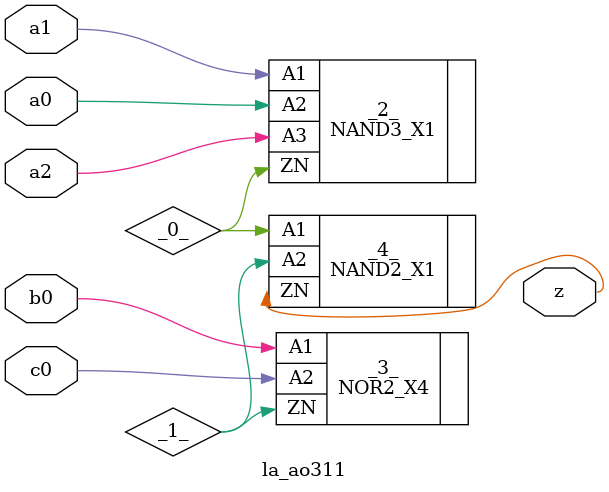
<source format=v>
/* Generated by Yosys 0.37 (git sha1 a5c7f69ed, clang 14.0.0-1ubuntu1.1 -fPIC -Os) */

module la_ao311(a0, a1, a2, b0, c0, z);
  wire _0_;
  wire _1_;
  input a0;
  wire a0;
  input a1;
  wire a1;
  input a2;
  wire a2;
  input b0;
  wire b0;
  input c0;
  wire c0;
  output z;
  wire z;
  NAND3_X1 _2_ (
    .A1(a1),
    .A2(a0),
    .A3(a2),
    .ZN(_0_)
  );
  NOR2_X4 _3_ (
    .A1(b0),
    .A2(c0),
    .ZN(_1_)
  );
  NAND2_X1 _4_ (
    .A1(_0_),
    .A2(_1_),
    .ZN(z)
  );
endmodule

</source>
